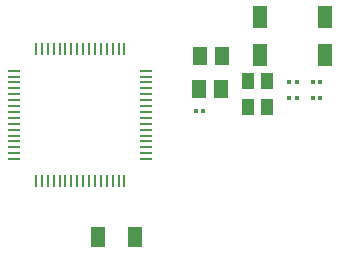
<source format=gbr>
%TF.GenerationSoftware,KiCad,Pcbnew,7.0.1*%
%TF.CreationDate,2023-09-15T11:15:50+09:00*%
%TF.ProjectId,_________,0a070658-9c5f-4cbd-9eef-2e6b69636164,rev?*%
%TF.SameCoordinates,Original*%
%TF.FileFunction,Paste,Bot*%
%TF.FilePolarity,Positive*%
%FSLAX46Y46*%
G04 Gerber Fmt 4.6, Leading zero omitted, Abs format (unit mm)*
G04 Created by KiCad (PCBNEW 7.0.1) date 2023-09-15 11:15:50*
%MOMM*%
%LPD*%
G01*
G04 APERTURE LIST*
%ADD10R,0.350000X0.400000*%
%ADD11R,1.200000X1.700000*%
%ADD12R,1.300000X1.600000*%
%ADD13R,0.270000X1.000000*%
%ADD14R,1.000000X0.270000*%
%ADD15R,1.300000X1.900000*%
%ADD16R,1.100000X1.400000*%
G04 APERTURE END LIST*
D10*
%TO.C,0.1\u03BC*%
X162076100Y-102753600D03*
X162726100Y-102753600D03*
%TD*%
%TO.C,C1*%
X171976100Y-100253600D03*
X172626100Y-100253600D03*
%TD*%
%TO.C,C2*%
X171976100Y-101653600D03*
X172626100Y-101653600D03*
%TD*%
D11*
%TO.C,C5*%
X156981100Y-113383600D03*
X153781100Y-113383600D03*
%TD*%
D10*
%TO.C,C3*%
X169976100Y-100253600D03*
X170626100Y-100253600D03*
%TD*%
%TO.C,C4*%
X169976100Y-101653600D03*
X170626100Y-101653600D03*
%TD*%
D12*
%TO.C,R2*%
X164351100Y-98033600D03*
X162451100Y-98033600D03*
%TD*%
%TO.C,R3*%
X164251100Y-100823600D03*
X162351100Y-100823600D03*
%TD*%
D13*
%TO.C,U$1*%
X156051100Y-97453600D03*
X155551100Y-97453600D03*
X155051100Y-97453600D03*
X154551100Y-97453600D03*
X154051100Y-97453600D03*
X153551100Y-97453600D03*
X153051100Y-97453600D03*
X152551100Y-97453600D03*
X152051100Y-97453600D03*
X151551100Y-97453600D03*
X151051100Y-97453600D03*
X150551100Y-97453600D03*
X150051100Y-97453600D03*
X149551100Y-97453600D03*
X149051100Y-97453600D03*
X148551100Y-97453600D03*
D14*
X146701100Y-99303600D03*
X146701100Y-99803600D03*
X146701100Y-100303600D03*
X146701100Y-100803600D03*
X146701100Y-101303600D03*
X146701100Y-101803600D03*
X146701100Y-102303600D03*
X146701100Y-102803600D03*
X146701100Y-103303600D03*
X146701100Y-103803600D03*
X146701100Y-104303600D03*
X146701100Y-104803600D03*
X146701100Y-105303600D03*
X146701100Y-105803600D03*
X146701100Y-106303600D03*
X146701100Y-106803600D03*
D13*
X148551100Y-108653600D03*
X149051100Y-108653600D03*
X149551100Y-108653600D03*
X156051100Y-108653600D03*
X150051100Y-108653600D03*
X150551100Y-108653600D03*
X151051100Y-108653600D03*
X151551100Y-108653600D03*
X152051100Y-108653600D03*
X152551100Y-108653600D03*
X153051100Y-108653600D03*
X153551100Y-108653600D03*
X154051100Y-108653600D03*
X154551100Y-108653600D03*
X155051100Y-108653600D03*
X155551100Y-108653600D03*
D14*
X157901100Y-106803600D03*
X157901100Y-106303600D03*
X157901100Y-105803600D03*
X157901100Y-105303600D03*
X157901100Y-104803600D03*
X157901100Y-104303600D03*
X157901100Y-103803600D03*
X157901100Y-103303600D03*
X157901100Y-99803600D03*
X157901100Y-100303600D03*
X157901100Y-100803600D03*
X157901100Y-101303600D03*
X157901100Y-101803600D03*
X157901100Y-102303600D03*
X157901100Y-102803600D03*
X157901100Y-99303600D03*
%TD*%
D15*
%TO.C,X1*%
X167551100Y-97983600D03*
X173051100Y-97983600D03*
X173051100Y-94783600D03*
X167551100Y-94783600D03*
%TD*%
D16*
%TO.C,X2*%
X166501100Y-102423600D03*
X166501100Y-100223600D03*
X168101100Y-102423600D03*
X168101100Y-100223600D03*
%TD*%
M02*

</source>
